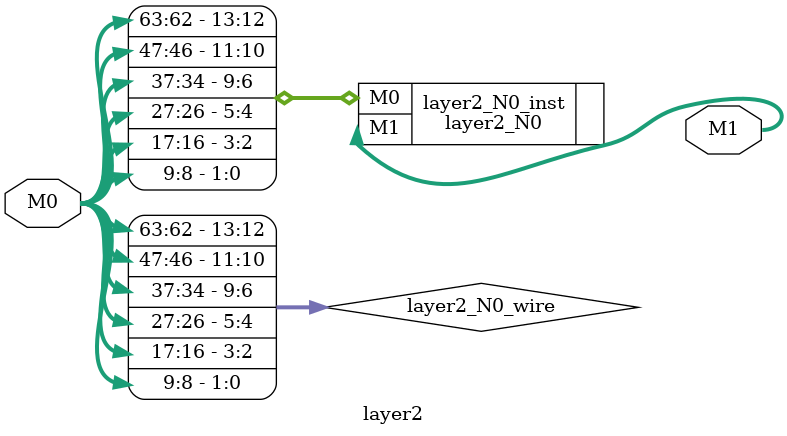
<source format=v>
module layer2 (input [63:0] M0, output [1:0] M1);

wire [13:0] layer2_N0_wire = {M0[63], M0[62], M0[47], M0[46], M0[37], M0[36], M0[35], M0[34], M0[27], M0[26], M0[17], M0[16], M0[9], M0[8]};
layer2_N0 layer2_N0_inst (.M0(layer2_N0_wire), .M1(M1[1:0]));

endmodule
</source>
